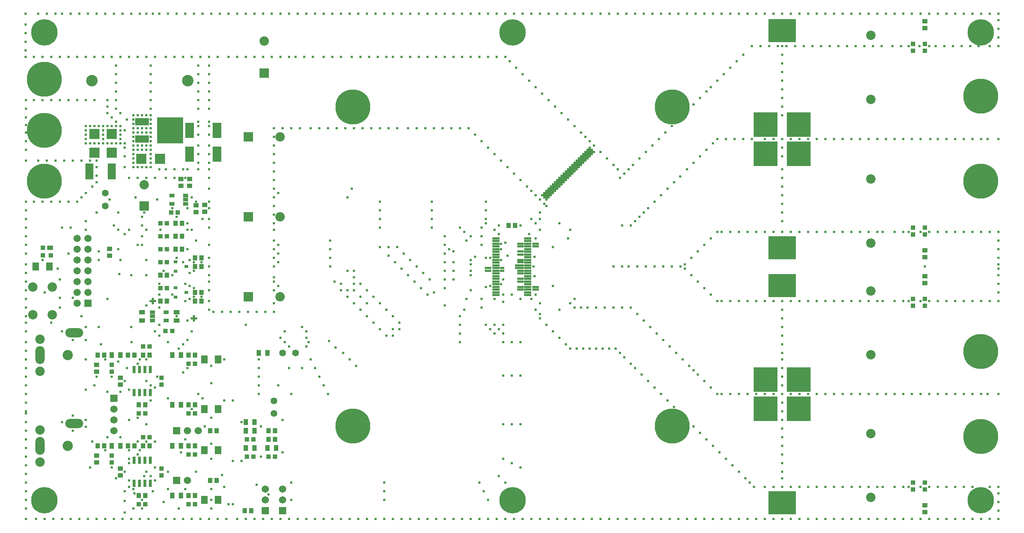
<source format=gts>
G04 Layer_Color=8388736*
%FSLAX25Y25*%
%MOIN*%
G70*
G01*
G75*
%ADD54R,0.03950X0.03950*%
%ADD55R,0.04737X0.03556*%
%ADD56R,0.04343X0.04737*%
%ADD57R,0.09461X0.09461*%
%ADD58R,0.07808X0.14579*%
%ADD59R,0.12611X0.07099*%
%ADD60R,0.24422X0.24422*%
%ADD61R,0.03950X0.03950*%
%ADD62R,0.05524X0.04343*%
%ADD63R,0.04343X0.05524*%
%ADD64R,0.04737X0.04343*%
%ADD65R,0.06312X0.07493*%
%ADD66R,0.07887X0.14186*%
%ADD67R,0.03162X0.06706*%
%ADD68R,0.09461X0.09461*%
%ADD69R,0.03950X0.04343*%
%ADD70R,0.06509X0.02375*%
%ADD71R,0.03556X0.03162*%
%ADD72R,0.25800X0.21666*%
%ADD73R,0.22060X0.22847*%
%ADD74R,0.06706X0.06706*%
%ADD75C,0.06706*%
%ADD76R,0.06706X0.06706*%
%ADD77C,0.06312*%
%ADD78C,0.08674*%
%ADD79R,0.08674X0.08674*%
%ADD80C,0.32296*%
%ADD81C,0.24422*%
%ADD82O,0.08674X0.16548*%
%ADD83O,0.16548X0.08674*%
%ADD84C,0.09461*%
%ADD85R,0.08674X0.08674*%
%ADD86C,0.10642*%
%ADD87C,0.02375*%
D54*
X138004Y176500D02*
D03*
X131705D02*
D03*
X133150Y252000D02*
D03*
X126850D02*
D03*
X133150Y264000D02*
D03*
X126850D02*
D03*
X133150Y276000D02*
D03*
X126850D02*
D03*
X133150Y216000D02*
D03*
X126850D02*
D03*
X133150Y240000D02*
D03*
X126850D02*
D03*
X136850Y286000D02*
D03*
X143150D02*
D03*
X159150Y16000D02*
D03*
X152850D02*
D03*
X159150Y62000D02*
D03*
X152850D02*
D03*
X106850Y16000D02*
D03*
X113150D02*
D03*
X110850Y78000D02*
D03*
X117150D02*
D03*
X233150Y60000D02*
D03*
X226850D02*
D03*
X159150Y100000D02*
D03*
X152850D02*
D03*
X213150Y60000D02*
D03*
X206850D02*
D03*
X213150Y76000D02*
D03*
X206850D02*
D03*
X159150Y146000D02*
D03*
X152850D02*
D03*
X106850Y100000D02*
D03*
X113150D02*
D03*
X110850Y162000D02*
D03*
X117150D02*
D03*
D55*
X132299Y193740D02*
D03*
X119701Y190000D02*
D03*
X132299Y186260D02*
D03*
X119701D02*
D03*
Y193740D02*
D03*
X137701Y294260D02*
D03*
X150299Y298000D02*
D03*
X137701Y301740D02*
D03*
X150299D02*
D03*
Y294260D02*
D03*
D56*
X172850Y84000D02*
D03*
X179150D02*
D03*
Y38000D02*
D03*
X172850D02*
D03*
X455150Y274000D02*
D03*
X448850D02*
D03*
X204850Y10000D02*
D03*
X211150D02*
D03*
X159150Y24000D02*
D03*
X152850D02*
D03*
X103150Y70000D02*
D03*
X96850D02*
D03*
X75150D02*
D03*
X68850D02*
D03*
X113150Y24000D02*
D03*
X106850D02*
D03*
X117150Y70000D02*
D03*
X110850D02*
D03*
X233150Y76000D02*
D03*
X226850D02*
D03*
X159150Y70000D02*
D03*
X152850D02*
D03*
X147150Y252000D02*
D03*
X140850D02*
D03*
X147150Y264000D02*
D03*
X140850D02*
D03*
X147150Y276000D02*
D03*
X140850D02*
D03*
X226850Y84000D02*
D03*
X233150D02*
D03*
X159150Y108000D02*
D03*
X152850D02*
D03*
X103150Y154000D02*
D03*
X96850D02*
D03*
X75150D02*
D03*
X68850D02*
D03*
X158850Y212000D02*
D03*
X165150D02*
D03*
X158850Y236000D02*
D03*
X165150D02*
D03*
X113150Y108000D02*
D03*
X106850D02*
D03*
X126850Y204000D02*
D03*
X133150D02*
D03*
X158850D02*
D03*
X165150D02*
D03*
X126850Y228000D02*
D03*
X133150D02*
D03*
X158850Y244000D02*
D03*
X165150D02*
D03*
X117150Y154000D02*
D03*
X110850D02*
D03*
X159150D02*
D03*
X152850D02*
D03*
D57*
X82000Y341339D02*
D03*
Y358661D02*
D03*
X66000Y341339D02*
D03*
Y358661D02*
D03*
D58*
X81941Y324000D02*
D03*
X61351D02*
D03*
D59*
X110000Y354000D02*
D03*
Y370000D02*
D03*
D60*
X136000Y362000D02*
D03*
D61*
X823000Y36150D02*
D03*
Y29850D02*
D03*
X834000Y36150D02*
D03*
Y29850D02*
D03*
X823000Y199850D02*
D03*
Y206150D02*
D03*
X834000Y199850D02*
D03*
Y206150D02*
D03*
X823000Y272150D02*
D03*
Y265850D02*
D03*
X834000Y272150D02*
D03*
Y265850D02*
D03*
X823000Y435850D02*
D03*
Y442150D02*
D03*
X834000Y435850D02*
D03*
Y442150D02*
D03*
X82000Y61150D02*
D03*
Y54850D02*
D03*
X128000Y42850D02*
D03*
Y49150D02*
D03*
X82000Y145150D02*
D03*
Y138850D02*
D03*
X128000Y126850D02*
D03*
Y133150D02*
D03*
D62*
X142000Y193937D02*
D03*
Y186063D02*
D03*
X110000Y193937D02*
D03*
Y186063D02*
D03*
X24953Y253543D02*
D03*
D63*
X225937Y156000D02*
D03*
X218063D02*
D03*
X138063Y24000D02*
D03*
X145937D02*
D03*
X82063Y70000D02*
D03*
X89937D02*
D03*
X233937Y68000D02*
D03*
X226063D02*
D03*
X138063Y70000D02*
D03*
X145937D02*
D03*
X138063Y108000D02*
D03*
X145937D02*
D03*
X82063Y154000D02*
D03*
X89937D02*
D03*
X213937Y68000D02*
D03*
X206063D02*
D03*
X213937Y84000D02*
D03*
X206063D02*
D03*
X213937Y92000D02*
D03*
X206063D02*
D03*
X138063Y154000D02*
D03*
X145937D02*
D03*
D64*
X80000Y252299D02*
D03*
Y246000D02*
D03*
X834000Y15150D02*
D03*
Y8850D02*
D03*
Y220850D02*
D03*
Y227150D02*
D03*
Y251150D02*
D03*
Y244850D02*
D03*
Y456850D02*
D03*
Y463150D02*
D03*
X154000Y310850D02*
D03*
Y317150D02*
D03*
X146000D02*
D03*
Y310850D02*
D03*
X168000Y293150D02*
D03*
Y286850D02*
D03*
X160000Y292850D02*
D03*
Y286551D02*
D03*
X68000Y61150D02*
D03*
Y54850D02*
D03*
X90000Y42850D02*
D03*
Y49150D02*
D03*
X68000Y145150D02*
D03*
Y138850D02*
D03*
X90000Y126850D02*
D03*
Y133150D02*
D03*
D65*
X180299Y20000D02*
D03*
X167701D02*
D03*
X180299Y66000D02*
D03*
X167701D02*
D03*
X180299Y104000D02*
D03*
X167701D02*
D03*
X180299Y150000D02*
D03*
X167701D02*
D03*
X11701Y236000D02*
D03*
X24299D02*
D03*
D66*
X154124Y362000D02*
D03*
X179321D02*
D03*
X154124Y340000D02*
D03*
X179321D02*
D03*
D67*
X117500Y56630D02*
D03*
X112500D02*
D03*
X107500D02*
D03*
X102500D02*
D03*
Y35370D02*
D03*
X107500D02*
D03*
X112500D02*
D03*
X117500D02*
D03*
Y140630D02*
D03*
X112500D02*
D03*
X107500D02*
D03*
X102500D02*
D03*
Y119370D02*
D03*
X107500D02*
D03*
X112500D02*
D03*
X117500D02*
D03*
D68*
X126763Y335743D02*
D03*
X109440D02*
D03*
D69*
X25740Y246457D02*
D03*
X18260D02*
D03*
Y253543D02*
D03*
D70*
X437236Y232250D02*
D03*
Y229750D02*
D03*
Y227250D02*
D03*
Y224750D02*
D03*
Y222250D02*
D03*
Y219750D02*
D03*
Y217250D02*
D03*
Y214750D02*
D03*
Y212250D02*
D03*
Y209750D02*
D03*
X466764Y232250D02*
D03*
Y229750D02*
D03*
Y227250D02*
D03*
Y224750D02*
D03*
Y222250D02*
D03*
Y219750D02*
D03*
Y217250D02*
D03*
Y214750D02*
D03*
Y212250D02*
D03*
Y209750D02*
D03*
Y262250D02*
D03*
Y259750D02*
D03*
Y257250D02*
D03*
Y254750D02*
D03*
Y252250D02*
D03*
Y249750D02*
D03*
Y247250D02*
D03*
Y244750D02*
D03*
Y242250D02*
D03*
Y239750D02*
D03*
Y237250D02*
D03*
Y234750D02*
D03*
X437236D02*
D03*
Y237250D02*
D03*
Y239750D02*
D03*
Y242250D02*
D03*
Y244750D02*
D03*
Y247250D02*
D03*
Y249750D02*
D03*
Y252250D02*
D03*
Y254750D02*
D03*
Y257250D02*
D03*
Y259750D02*
D03*
Y262250D02*
D03*
D71*
X151118Y212000D02*
D03*
X140882Y207669D02*
D03*
Y216331D02*
D03*
X151118Y236000D02*
D03*
X140882Y231669D02*
D03*
Y240331D02*
D03*
D72*
X702000Y17567D02*
D03*
Y218433D02*
D03*
Y253567D02*
D03*
Y454433D02*
D03*
D73*
X686646Y104535D02*
D03*
X717354D02*
D03*
Y131465D02*
D03*
X686646D02*
D03*
Y340535D02*
D03*
X717354D02*
D03*
Y367465D02*
D03*
X686646D02*
D03*
D74*
X224000Y10000D02*
D03*
X60000Y202000D02*
D03*
X240000Y10000D02*
D03*
X84000Y114000D02*
D03*
D75*
X224000Y20000D02*
D03*
Y30000D02*
D03*
X162000Y84000D02*
D03*
X152000D02*
D03*
Y38000D02*
D03*
X50000Y212000D02*
D03*
X60000D02*
D03*
X50000Y202000D02*
D03*
X60000Y222000D02*
D03*
X50000D02*
D03*
X60000Y232000D02*
D03*
X50000D02*
D03*
X60000Y242000D02*
D03*
X50000D02*
D03*
X60000Y252000D02*
D03*
X50000D02*
D03*
X60000Y262000D02*
D03*
X50000D02*
D03*
X240000Y30000D02*
D03*
Y20000D02*
D03*
X84000Y104000D02*
D03*
Y94000D02*
D03*
Y84000D02*
D03*
D76*
X142000D02*
D03*
Y38000D02*
D03*
D77*
X76000Y304064D02*
D03*
Y292253D02*
D03*
X232000Y111906D02*
D03*
Y100094D02*
D03*
X251905Y156000D02*
D03*
X240094D02*
D03*
D78*
X112000Y311842D02*
D03*
X9142Y191510D02*
D03*
X26858D02*
D03*
Y217100D02*
D03*
X9142D02*
D03*
X784000Y81528D02*
D03*
Y22472D02*
D03*
Y154472D02*
D03*
Y213528D02*
D03*
Y317000D02*
D03*
Y257945D02*
D03*
Y390945D02*
D03*
Y450000D02*
D03*
X15748Y84764D02*
D03*
Y55236D02*
D03*
Y139236D02*
D03*
Y168764D02*
D03*
X237764Y356000D02*
D03*
Y282000D02*
D03*
Y208000D02*
D03*
X223000Y444764D02*
D03*
D79*
X112000Y292158D02*
D03*
X223000Y415236D02*
D03*
D80*
X19685Y314961D02*
D03*
X305118Y383858D02*
D03*
X600394D02*
D03*
X305118Y88583D02*
D03*
X600394D02*
D03*
X885827Y78740D02*
D03*
Y157480D02*
D03*
Y314961D02*
D03*
Y393701D02*
D03*
X19685Y362205D02*
D03*
Y409449D02*
D03*
D81*
X885827Y452756D02*
D03*
X19685Y19685D02*
D03*
X885827D02*
D03*
X452756D02*
D03*
X19685Y452756D02*
D03*
X452756D02*
D03*
D82*
X15748Y70000D02*
D03*
Y154000D02*
D03*
D83*
X47244Y90866D02*
D03*
Y174866D02*
D03*
D84*
X41339Y70000D02*
D03*
Y154000D02*
D03*
D85*
X208236Y356000D02*
D03*
Y282000D02*
D03*
Y208000D02*
D03*
D86*
X152488Y408000D02*
D03*
X63512D02*
D03*
D87*
X172000Y296000D02*
D03*
Y290000D02*
D03*
X166000Y280000D02*
D03*
X172000Y272000D02*
D03*
X156000Y270000D02*
D03*
X138000Y290000D02*
D03*
X160000Y260000D02*
D03*
X152000Y270000D02*
D03*
X104000Y300000D02*
D03*
X88000Y286000D02*
D03*
X58000Y278000D02*
D03*
Y270000D02*
D03*
X42000Y248000D02*
D03*
X34000Y198000D02*
D03*
X70000Y180000D02*
D03*
X78000Y206000D02*
D03*
X100000Y228000D02*
D03*
X126000Y182000D02*
D03*
Y172000D02*
D03*
X100000Y180000D02*
D03*
X54000Y190000D02*
D03*
X26000Y184000D02*
D03*
X34000Y207047D02*
D03*
X46000D02*
D03*
X160000Y46000D02*
D03*
X150000Y30000D02*
D03*
X174000Y12000D02*
D03*
X226953Y25047D02*
D03*
X246000Y142000D02*
D03*
X258000D02*
D03*
X236000Y126000D02*
D03*
X258000Y180000D02*
D03*
X404000Y272000D02*
D03*
X390000Y200000D02*
D03*
X376000Y224000D02*
D03*
X368000Y216000D02*
D03*
X362000Y222000D02*
D03*
X370000Y230000D02*
D03*
X364000Y236000D02*
D03*
X356000Y228000D02*
D03*
X248000Y20000D02*
D03*
Y36000D02*
D03*
X378000Y272000D02*
D03*
Y280000D02*
D03*
Y288000D02*
D03*
Y296000D02*
D03*
X330000Y272000D02*
D03*
Y280000D02*
D03*
Y288000D02*
D03*
Y296000D02*
D03*
X300000Y232000D02*
D03*
X306000Y226000D02*
D03*
X288000Y222000D02*
D03*
X294000Y214000D02*
D03*
X330000Y254000D02*
D03*
X284000Y260000D02*
D03*
X232000D02*
D03*
X284000Y252000D02*
D03*
Y244000D02*
D03*
Y236000D02*
D03*
X304000Y308000D02*
D03*
X300000Y300000D02*
D03*
X62000Y350000D02*
D03*
X70000D02*
D03*
X66000D02*
D03*
X80000Y298000D02*
D03*
X124000D02*
D03*
X126850Y252000D02*
D03*
X36000Y272000D02*
D03*
X44000D02*
D03*
X106000Y256000D02*
D03*
X90000Y242000D02*
D03*
X89000Y229000D02*
D03*
X152000Y186000D02*
D03*
X142000Y190000D02*
D03*
X206000Y182000D02*
D03*
X186000Y112000D02*
D03*
X194000D02*
D03*
X156000Y104000D02*
D03*
X168000Y88000D02*
D03*
X240000Y94000D02*
D03*
X216000Y34000D02*
D03*
X70000Y250000D02*
D03*
X132000Y318000D02*
D03*
X154000Y206000D02*
D03*
Y218000D02*
D03*
Y230000D02*
D03*
Y242000D02*
D03*
X68000Y286000D02*
D03*
X98000Y270000D02*
D03*
X172000Y308000D02*
D03*
X88000Y252000D02*
D03*
X94000Y266000D02*
D03*
X110000Y264000D02*
D03*
X172000Y256000D02*
D03*
X152000Y252000D02*
D03*
X110000Y256000D02*
D03*
X236000D02*
D03*
Y248000D02*
D03*
X232000Y252000D02*
D03*
X148000Y240000D02*
D03*
X236000Y304000D02*
D03*
X232000Y270000D02*
D03*
X70000Y242000D02*
D03*
X32000Y234000D02*
D03*
X114000Y242000D02*
D03*
X138000Y210000D02*
D03*
Y228000D02*
D03*
X150000Y220000D02*
D03*
X306000Y232000D02*
D03*
X294000Y220000D02*
D03*
X338000Y254000D02*
D03*
X236000Y240000D02*
D03*
Y218000D02*
D03*
X232000Y214000D02*
D03*
X172000D02*
D03*
X232000Y222000D02*
D03*
X172000D02*
D03*
X232000Y236000D02*
D03*
Y244000D02*
D03*
X165150Y240000D02*
D03*
X322000Y364000D02*
D03*
X314000D02*
D03*
X330000D02*
D03*
X338000D02*
D03*
X274000D02*
D03*
X172000Y196000D02*
D03*
Y204000D02*
D03*
X165150Y208000D02*
D03*
X100221Y166000D02*
D03*
X152000Y168000D02*
D03*
X156000Y176000D02*
D03*
X20000Y212000D02*
D03*
X122000Y176000D02*
D03*
X242000D02*
D03*
X262000D02*
D03*
X148000Y138000D02*
D03*
X166000Y114000D02*
D03*
X144000Y160000D02*
D03*
X162000Y118000D02*
D03*
X148000Y164000D02*
D03*
X242000Y166000D02*
D03*
X262000Y162000D02*
D03*
Y170000D02*
D03*
X238000D02*
D03*
X264000Y166000D02*
D03*
X158000Y186000D02*
D03*
Y190000D02*
D03*
X156000Y188000D02*
D03*
X160000D02*
D03*
X158000D02*
D03*
X120000Y204000D02*
D03*
Y206000D02*
D03*
X122000Y204000D02*
D03*
X120000Y202000D02*
D03*
X118000Y204000D02*
D03*
X110000Y282000D02*
D03*
Y274000D02*
D03*
X114000Y228000D02*
D03*
Y200000D02*
D03*
Y270000D02*
D03*
X112000Y286000D02*
D03*
X142000Y244000D02*
D03*
X88000Y270000D02*
D03*
X84000Y274000D02*
D03*
X152000Y276000D02*
D03*
X18000Y242000D02*
D03*
X34000Y224000D02*
D03*
X2558Y184000D02*
D03*
X202000Y56000D02*
D03*
X194000D02*
D03*
X240000Y64000D02*
D03*
X470000Y280000D02*
D03*
X468000Y266000D02*
D03*
X428000Y296000D02*
D03*
Y288000D02*
D03*
Y280000D02*
D03*
X440000Y274000D02*
D03*
X470000Y206000D02*
D03*
X460000Y166000D02*
D03*
X452000D02*
D03*
X460000Y274000D02*
D03*
X424000Y272000D02*
D03*
X248000Y118000D02*
D03*
X176000Y194000D02*
D03*
X184000D02*
D03*
X192000D02*
D03*
X200000D02*
D03*
X208000D02*
D03*
X216000D02*
D03*
X224000D02*
D03*
X232000D02*
D03*
Y202000D02*
D03*
Y226000D02*
D03*
Y276000D02*
D03*
Y284000D02*
D03*
Y292000D02*
D03*
Y300000D02*
D03*
Y308000D02*
D03*
Y316000D02*
D03*
Y324000D02*
D03*
Y332000D02*
D03*
Y340000D02*
D03*
Y348000D02*
D03*
Y356000D02*
D03*
X256000Y364000D02*
D03*
X248000D02*
D03*
X240000D02*
D03*
X232000D02*
D03*
X266000D02*
D03*
X300000Y214000D02*
D03*
X342000Y178000D02*
D03*
Y172000D02*
D03*
X336000D02*
D03*
X330000Y178000D02*
D03*
X324000Y184000D02*
D03*
X318000Y190000D02*
D03*
X312000Y196000D02*
D03*
X300000Y208000D02*
D03*
X306000Y202000D02*
D03*
X318000Y214000D02*
D03*
X312000Y220000D02*
D03*
X306000D02*
D03*
Y214000D02*
D03*
X346000Y254000D02*
D03*
X338000Y246000D02*
D03*
X246000Y162000D02*
D03*
X344000Y240000D02*
D03*
X352000Y248000D02*
D03*
X194000Y16000D02*
D03*
X220000Y60000D02*
D03*
Y88000D02*
D03*
X202000Y92000D02*
D03*
X150000Y204000D02*
D03*
X126000Y198000D02*
D03*
X190000Y16000D02*
D03*
X282000Y118000D02*
D03*
X218000D02*
D03*
X278000Y126000D02*
D03*
X218000D02*
D03*
X270000Y142000D02*
D03*
X218000Y134000D02*
D03*
Y142000D02*
D03*
X186000Y150000D02*
D03*
X218000D02*
D03*
X174000Y128000D02*
D03*
X134000Y46000D02*
D03*
Y166000D02*
D03*
X444000Y58000D02*
D03*
X422000Y36000D02*
D03*
X430000Y20000D02*
D03*
X334000Y36000D02*
D03*
Y20000D02*
D03*
X294000Y2400D02*
D03*
X286000D02*
D03*
X278000D02*
D03*
X270000D02*
D03*
X262000D02*
D03*
X254000D02*
D03*
X246000D02*
D03*
X238000D02*
D03*
X230000D02*
D03*
X222000D02*
D03*
X174000Y96000D02*
D03*
X184000Y43100D02*
D03*
X134000Y30000D02*
D03*
X174000Y58000D02*
D03*
Y30000D02*
D03*
X186000Y32000D02*
D03*
X106000Y96000D02*
D03*
X174000Y72000D02*
D03*
X172000Y280000D02*
D03*
X126850Y270000D02*
D03*
X86000Y370000D02*
D03*
X78000Y384000D02*
D03*
X96000Y372000D02*
D03*
X90000Y362000D02*
D03*
Y358000D02*
D03*
Y354000D02*
D03*
Y350000D02*
D03*
X86000D02*
D03*
X82000D02*
D03*
X78000D02*
D03*
X94000D02*
D03*
X82000Y374000D02*
D03*
X86000Y366000D02*
D03*
X82000D02*
D03*
X78000D02*
D03*
X66000D02*
D03*
X62000D02*
D03*
X70000D02*
D03*
X74000Y362000D02*
D03*
Y358000D02*
D03*
Y354000D02*
D03*
X58000Y358000D02*
D03*
Y354000D02*
D03*
Y350000D02*
D03*
X74000D02*
D03*
Y366000D02*
D03*
X58000Y362000D02*
D03*
Y366000D02*
D03*
X42000Y296000D02*
D03*
X34000D02*
D03*
X26000D02*
D03*
X18000D02*
D03*
X64000Y310000D02*
D03*
X58000Y304000D02*
D03*
X54000Y300000D02*
D03*
X50000Y296000D02*
D03*
X68000Y320000D02*
D03*
Y314000D02*
D03*
Y328000D02*
D03*
X62000Y334000D02*
D03*
X54000D02*
D03*
X46000D02*
D03*
X38000D02*
D03*
X30000D02*
D03*
X14000D02*
D03*
X68000D02*
D03*
X2558D02*
D03*
X22000D02*
D03*
X10000Y296000D02*
D03*
X94000Y328000D02*
D03*
Y338000D02*
D03*
X78000Y378000D02*
D03*
X94000Y362000D02*
D03*
X90000Y378000D02*
D03*
X58000Y180000D02*
D03*
X98000Y94000D02*
D03*
X78000Y120000D02*
D03*
X90000D02*
D03*
X126000Y220000D02*
D03*
X2558Y352000D02*
D03*
Y360000D02*
D03*
Y367000D02*
D03*
Y374000D02*
D03*
Y382000D02*
D03*
X78000Y390000D02*
D03*
X2558Y256000D02*
D03*
Y248000D02*
D03*
Y238000D02*
D03*
Y230000D02*
D03*
Y222000D02*
D03*
Y214000D02*
D03*
Y206000D02*
D03*
Y198000D02*
D03*
Y190000D02*
D03*
X304000Y430000D02*
D03*
X294000D02*
D03*
X286000D02*
D03*
X312000D02*
D03*
X142000Y282000D02*
D03*
X144000Y12000D02*
D03*
X130000Y18000D02*
D03*
X110000Y12000D02*
D03*
X146000Y64000D02*
D03*
X150000Y76000D02*
D03*
X122000Y74000D02*
D03*
X120000Y28000D02*
D03*
X152000Y142000D02*
D03*
X278000Y430000D02*
D03*
X268000D02*
D03*
X156000Y300000D02*
D03*
X140000Y318000D02*
D03*
X122000D02*
D03*
X114000D02*
D03*
X106000D02*
D03*
X98000D02*
D03*
X94000Y346000D02*
D03*
X90000Y366000D02*
D03*
X162000Y370000D02*
D03*
X172000D02*
D03*
X162000Y340000D02*
D03*
X172000D02*
D03*
Y348000D02*
D03*
X162000D02*
D03*
Y326000D02*
D03*
X152000D02*
D03*
X162000Y332000D02*
D03*
X172000D02*
D03*
X162000Y358000D02*
D03*
X172000D02*
D03*
Y366000D02*
D03*
X162000D02*
D03*
X172000Y382000D02*
D03*
X162000D02*
D03*
Y390000D02*
D03*
X172000D02*
D03*
Y398000D02*
D03*
X162000D02*
D03*
Y406000D02*
D03*
X172000D02*
D03*
Y414000D02*
D03*
X162000D02*
D03*
Y422000D02*
D03*
X172000D02*
D03*
X148000Y326000D02*
D03*
X140000D02*
D03*
X132000D02*
D03*
X86000Y382000D02*
D03*
X172000Y318000D02*
D03*
Y326000D02*
D03*
X126000D02*
D03*
X106101Y344000D02*
D03*
X110101D02*
D03*
X114101D02*
D03*
X118101D02*
D03*
Y340000D02*
D03*
Y336000D02*
D03*
Y332000D02*
D03*
X50000Y390000D02*
D03*
X118101D02*
D03*
Y398000D02*
D03*
Y406000D02*
D03*
X108101Y470000D02*
D03*
X100101D02*
D03*
X66000Y430000D02*
D03*
X58000D02*
D03*
X50000D02*
D03*
X34000D02*
D03*
X42000D02*
D03*
X164000D02*
D03*
X172000D02*
D03*
X180000D02*
D03*
X374000Y210000D02*
D03*
X424000Y206000D02*
D03*
X408000Y268000D02*
D03*
Y196000D02*
D03*
X410000Y206000D02*
D03*
X390101Y216000D02*
D03*
X394000Y252000D02*
D03*
X398000Y224000D02*
D03*
Y232000D02*
D03*
Y240000D02*
D03*
Y250000D02*
D03*
X42000Y390000D02*
D03*
X2558D02*
D03*
X26000Y430000D02*
D03*
X2400D02*
D03*
X74000D02*
D03*
X2558Y176000D02*
D03*
X94000Y19000D02*
D03*
X103000Y26000D02*
D03*
X892000Y354000D02*
D03*
Y118000D02*
D03*
X473000Y245000D02*
D03*
Y227000D02*
D03*
X462000Y232000D02*
D03*
X460000D02*
D03*
X458000D02*
D03*
X462000Y240000D02*
D03*
X460000D02*
D03*
X458000D02*
D03*
X474000Y196000D02*
D03*
X478000Y192000D02*
D03*
X496000Y196000D02*
D03*
Y276000D02*
D03*
X474000D02*
D03*
X478000Y202000D02*
D03*
Y270000D02*
D03*
Y280000D02*
D03*
Y286000D02*
D03*
X484000Y292000D02*
D03*
X112000Y42000D02*
D03*
X188000Y2400D02*
D03*
X198000D02*
D03*
X180000D02*
D03*
X172000D02*
D03*
X164000D02*
D03*
X156000D02*
D03*
X148000D02*
D03*
X206000D02*
D03*
X214000D02*
D03*
X140000D02*
D03*
X132000D02*
D03*
X116000D02*
D03*
X108000D02*
D03*
X124000D02*
D03*
X504000Y262000D02*
D03*
X510000Y206000D02*
D03*
X520000Y356000D02*
D03*
X470000Y306000D02*
D03*
X474000Y302000D02*
D03*
X524000Y352000D02*
D03*
X490000Y310000D02*
D03*
X488000Y308000D02*
D03*
X486000Y306000D02*
D03*
X484000Y304000D02*
D03*
X482000Y302000D02*
D03*
X498000Y318000D02*
D03*
X496000Y316000D02*
D03*
X494000Y314000D02*
D03*
X492000Y312000D02*
D03*
X500000Y320000D02*
D03*
X502000Y322000D02*
D03*
X504000Y324000D02*
D03*
X506000Y326000D02*
D03*
X508000Y328000D02*
D03*
X510000Y330000D02*
D03*
X512000Y332000D02*
D03*
X514000Y334000D02*
D03*
X516000Y336000D02*
D03*
X518000Y338000D02*
D03*
X520000Y340000D02*
D03*
X522000Y342000D02*
D03*
X524000Y344000D02*
D03*
X526000Y342000D02*
D03*
X524000Y340000D02*
D03*
X522000Y338000D02*
D03*
X520000Y336000D02*
D03*
X518000Y334000D02*
D03*
X516000Y332000D02*
D03*
X514000Y330000D02*
D03*
X512000Y328000D02*
D03*
X510000Y326000D02*
D03*
X508000Y324000D02*
D03*
X506000Y322000D02*
D03*
X504000Y320000D02*
D03*
X502000Y318000D02*
D03*
X500000Y316000D02*
D03*
X498000Y314000D02*
D03*
X496000Y312000D02*
D03*
X494000Y310000D02*
D03*
X492000Y308000D02*
D03*
X488000Y304000D02*
D03*
X490000Y306000D02*
D03*
X486000Y302000D02*
D03*
X484000Y300000D02*
D03*
X524000Y346000D02*
D03*
X522000Y344000D02*
D03*
X520000Y342000D02*
D03*
X518000Y340000D02*
D03*
X516000Y338000D02*
D03*
X514000Y336000D02*
D03*
X512000Y334000D02*
D03*
X510000Y332000D02*
D03*
X508000Y330000D02*
D03*
X506000Y328000D02*
D03*
X504000Y326000D02*
D03*
X502000Y324000D02*
D03*
X500000Y322000D02*
D03*
X498000Y320000D02*
D03*
X496000Y318000D02*
D03*
X494000Y316000D02*
D03*
X492000Y314000D02*
D03*
X490000Y312000D02*
D03*
X488000Y310000D02*
D03*
X486000Y308000D02*
D03*
X484000Y306000D02*
D03*
X482000Y304000D02*
D03*
X480000Y302000D02*
D03*
X482000Y300000D02*
D03*
X484000Y302000D02*
D03*
X486000Y304000D02*
D03*
X488000Y306000D02*
D03*
X490000Y308000D02*
D03*
X492000Y310000D02*
D03*
X494000Y312000D02*
D03*
X496000Y314000D02*
D03*
X498000Y316000D02*
D03*
X500000Y318000D02*
D03*
X502000Y320000D02*
D03*
X504000Y322000D02*
D03*
X506000Y324000D02*
D03*
X508000Y326000D02*
D03*
X510000Y328000D02*
D03*
X512000Y330000D02*
D03*
X514000Y332000D02*
D03*
X516000Y334000D02*
D03*
X518000Y336000D02*
D03*
X520000Y338000D02*
D03*
X522000Y340000D02*
D03*
X524000Y342000D02*
D03*
X526000Y344000D02*
D03*
X528000Y342000D02*
D03*
X526000Y340000D02*
D03*
X524000Y338000D02*
D03*
X522000Y336000D02*
D03*
X520000Y334000D02*
D03*
X518000Y332000D02*
D03*
X516000Y330000D02*
D03*
X514000Y328000D02*
D03*
X512000Y326000D02*
D03*
X510000Y324000D02*
D03*
X508000Y322000D02*
D03*
X506000Y320000D02*
D03*
X504000Y318000D02*
D03*
X502000Y316000D02*
D03*
X500000Y314000D02*
D03*
X498000Y312000D02*
D03*
X496000Y310000D02*
D03*
X494000Y308000D02*
D03*
X492000Y306000D02*
D03*
X486000Y300000D02*
D03*
X488000Y302000D02*
D03*
X490000Y304000D02*
D03*
X484000Y298000D02*
D03*
X462000Y242250D02*
D03*
X460000D02*
D03*
X458000D02*
D03*
X462000Y229750D02*
D03*
X460000D02*
D03*
X458000D02*
D03*
X462000Y222000D02*
D03*
X460000D02*
D03*
X458000D02*
D03*
X462000Y250000D02*
D03*
X460000D02*
D03*
X458000D02*
D03*
X446000Y258000D02*
D03*
X444000Y224000D02*
D03*
X430000Y232250D02*
D03*
Y234750D02*
D03*
X444000Y232250D02*
D03*
Y234750D02*
D03*
X442000Y219750D02*
D03*
X566000Y278000D02*
D03*
X482000Y294000D02*
D03*
X556000Y322000D02*
D03*
X550000Y326000D02*
D03*
X552000Y318000D02*
D03*
X472000Y236000D02*
D03*
X458000Y247250D02*
D03*
X460000D02*
D03*
X462000D02*
D03*
X458000Y224750D02*
D03*
X460000D02*
D03*
X462000D02*
D03*
X542000Y160000D02*
D03*
X536000D02*
D03*
X530000D02*
D03*
X524000D02*
D03*
X518000D02*
D03*
X512000D02*
D03*
X556000Y152000D02*
D03*
X552000Y156000D02*
D03*
X548000Y160000D02*
D03*
X506000D02*
D03*
X562000Y274000D02*
D03*
X554000D02*
D03*
X458000Y217250D02*
D03*
Y214750D02*
D03*
X462000D02*
D03*
Y217250D02*
D03*
X476000Y214750D02*
D03*
Y217250D02*
D03*
X472000Y214750D02*
D03*
Y217250D02*
D03*
X458000Y237250D02*
D03*
Y234750D02*
D03*
X462000D02*
D03*
Y237250D02*
D03*
X458000Y257250D02*
D03*
Y254750D02*
D03*
X462000D02*
D03*
Y257250D02*
D03*
X476000Y254750D02*
D03*
Y257250D02*
D03*
X472000Y254750D02*
D03*
Y257250D02*
D03*
X474000D02*
D03*
Y254750D02*
D03*
X460000Y217250D02*
D03*
Y214750D02*
D03*
X474000D02*
D03*
Y217250D02*
D03*
X460000Y257250D02*
D03*
Y254750D02*
D03*
X474000Y210000D02*
D03*
Y262000D02*
D03*
X266000Y150000D02*
D03*
X829000Y440000D02*
D03*
X838000D02*
D03*
X795000Y32000D02*
D03*
Y204000D02*
D03*
Y268000D02*
D03*
X794000Y440000D02*
D03*
X902000Y2400D02*
D03*
X446000Y36000D02*
D03*
X440000Y42000D02*
D03*
X114000Y90000D02*
D03*
X152000Y290000D02*
D03*
X108000Y150000D02*
D03*
X88000Y148000D02*
D03*
X98000Y66000D02*
D03*
X108000D02*
D03*
X106000Y74000D02*
D03*
X114000D02*
D03*
X122000Y38000D02*
D03*
X134000Y114000D02*
D03*
X118000Y112000D02*
D03*
X122000Y124000D02*
D03*
X158000Y208000D02*
D03*
Y216000D02*
D03*
Y232000D02*
D03*
Y240000D02*
D03*
X130000Y232000D02*
D03*
X98000Y430000D02*
D03*
X120000Y470000D02*
D03*
X126000D02*
D03*
X134000D02*
D03*
X142000D02*
D03*
X150000D02*
D03*
X158000D02*
D03*
X166000D02*
D03*
X174000D02*
D03*
X182000D02*
D03*
X190000D02*
D03*
X198000D02*
D03*
X206000D02*
D03*
X214000D02*
D03*
X222000D02*
D03*
X230000D02*
D03*
X238000D02*
D03*
X246000D02*
D03*
X254000D02*
D03*
X262000D02*
D03*
X270000D02*
D03*
X278000D02*
D03*
X286000D02*
D03*
X294000D02*
D03*
X302000D02*
D03*
X310000D02*
D03*
X318000D02*
D03*
X326000D02*
D03*
X334000D02*
D03*
X342000D02*
D03*
X350000D02*
D03*
X358000D02*
D03*
X366000D02*
D03*
X374000D02*
D03*
X382000D02*
D03*
X390000D02*
D03*
X398000D02*
D03*
X406000D02*
D03*
X414000D02*
D03*
X422000D02*
D03*
X430000D02*
D03*
X438000D02*
D03*
X446000D02*
D03*
X454000D02*
D03*
X462000D02*
D03*
X470000D02*
D03*
X478000D02*
D03*
X486000D02*
D03*
X494000D02*
D03*
X502000D02*
D03*
X510000D02*
D03*
X518000D02*
D03*
X526000D02*
D03*
X534000D02*
D03*
X542000D02*
D03*
X550000D02*
D03*
X558000D02*
D03*
X566000D02*
D03*
X574000D02*
D03*
X582000D02*
D03*
X590000D02*
D03*
X598000D02*
D03*
X606000D02*
D03*
X614000D02*
D03*
X622000D02*
D03*
X630000D02*
D03*
X638000D02*
D03*
X646000D02*
D03*
X654000D02*
D03*
X662000D02*
D03*
X670000D02*
D03*
X678000D02*
D03*
X686000D02*
D03*
X694000D02*
D03*
X702000D02*
D03*
X710000D02*
D03*
X718000D02*
D03*
X726000D02*
D03*
X734000D02*
D03*
X742000D02*
D03*
X750000D02*
D03*
X758000D02*
D03*
X766000D02*
D03*
X774000D02*
D03*
X782000D02*
D03*
X790000D02*
D03*
X798000D02*
D03*
X806000D02*
D03*
X814000D02*
D03*
X822000D02*
D03*
X830000D02*
D03*
X838000D02*
D03*
X846000D02*
D03*
X854000D02*
D03*
X862000D02*
D03*
X870000D02*
D03*
X878000D02*
D03*
X886000D02*
D03*
X894000D02*
D03*
X902000D02*
D03*
Y464000D02*
D03*
Y456000D02*
D03*
Y448000D02*
D03*
X883817Y440063D02*
D03*
X902000Y26000D02*
D03*
Y18000D02*
D03*
Y10000D02*
D03*
X894000Y2400D02*
D03*
X886000D02*
D03*
X878000D02*
D03*
X870000D02*
D03*
X862000D02*
D03*
X854000D02*
D03*
X846000D02*
D03*
X838000D02*
D03*
X830000D02*
D03*
X822000D02*
D03*
X814000D02*
D03*
X806000D02*
D03*
X798000D02*
D03*
X790000D02*
D03*
X782000D02*
D03*
X774000D02*
D03*
X766000D02*
D03*
X758000D02*
D03*
X750000D02*
D03*
X742000D02*
D03*
X734000D02*
D03*
X726000D02*
D03*
X718000D02*
D03*
X710000D02*
D03*
X702000D02*
D03*
X694000D02*
D03*
X686000D02*
D03*
X678000D02*
D03*
X670000D02*
D03*
X662000D02*
D03*
X654000D02*
D03*
X646000D02*
D03*
X638000D02*
D03*
X630000D02*
D03*
X622000D02*
D03*
X614000D02*
D03*
X606000D02*
D03*
X598000D02*
D03*
X590000D02*
D03*
X582000D02*
D03*
X574000D02*
D03*
X566000D02*
D03*
X558000D02*
D03*
X550000D02*
D03*
X542000D02*
D03*
X534000D02*
D03*
X526000D02*
D03*
X518000D02*
D03*
X510000D02*
D03*
X502000D02*
D03*
X494000D02*
D03*
X486000D02*
D03*
X478000D02*
D03*
X470000D02*
D03*
X462000D02*
D03*
X454000D02*
D03*
X446000D02*
D03*
X438000D02*
D03*
X430000D02*
D03*
X422000D02*
D03*
X414000D02*
D03*
X406000D02*
D03*
X398000D02*
D03*
X390000D02*
D03*
X382000D02*
D03*
X374000D02*
D03*
X366000D02*
D03*
X358000D02*
D03*
X350000D02*
D03*
X342000D02*
D03*
X334000D02*
D03*
X326000D02*
D03*
X318000D02*
D03*
X310000D02*
D03*
X302000D02*
D03*
X86000Y40000D02*
D03*
X94000Y28000D02*
D03*
Y8400D02*
D03*
X98000Y32000D02*
D03*
X100000Y2400D02*
D03*
X92000D02*
D03*
X84000D02*
D03*
X76000D02*
D03*
X68000D02*
D03*
X60000D02*
D03*
X52000D02*
D03*
X44000D02*
D03*
X36000D02*
D03*
X20000D02*
D03*
X28000D02*
D03*
X12000D02*
D03*
X2558D02*
D03*
Y12000D02*
D03*
Y20000D02*
D03*
Y28000D02*
D03*
Y36000D02*
D03*
Y44000D02*
D03*
Y52000D02*
D03*
Y60000D02*
D03*
Y68000D02*
D03*
Y76000D02*
D03*
Y84000D02*
D03*
Y92000D02*
D03*
Y100000D02*
D03*
Y102000D02*
D03*
Y110000D02*
D03*
Y118000D02*
D03*
Y126000D02*
D03*
Y134000D02*
D03*
Y142000D02*
D03*
Y150000D02*
D03*
Y158000D02*
D03*
Y166000D02*
D03*
Y264000D02*
D03*
Y272000D02*
D03*
Y280000D02*
D03*
Y288000D02*
D03*
Y296000D02*
D03*
Y344000D02*
D03*
X10000Y390000D02*
D03*
X18000D02*
D03*
X26000D02*
D03*
X34000D02*
D03*
X114000Y470000D02*
D03*
X90000Y430000D02*
D03*
X82000D02*
D03*
X2400Y460000D02*
D03*
Y452000D02*
D03*
Y444000D02*
D03*
Y436000D02*
D03*
Y470000D02*
D03*
X14000D02*
D03*
X22000D02*
D03*
X30000D02*
D03*
X36000D02*
D03*
X44000D02*
D03*
X52000D02*
D03*
X60000D02*
D03*
X68000D02*
D03*
X76000D02*
D03*
X84000D02*
D03*
X92000D02*
D03*
X18000Y430000D02*
D03*
X10000D02*
D03*
X156000D02*
D03*
X148000D02*
D03*
X140000D02*
D03*
X132000D02*
D03*
X106000D02*
D03*
X114000D02*
D03*
X122000D02*
D03*
X86000Y422000D02*
D03*
Y414000D02*
D03*
Y406000D02*
D03*
Y398000D02*
D03*
X118000Y422000D02*
D03*
Y414000D02*
D03*
X66000Y390000D02*
D03*
X86000D02*
D03*
X58000D02*
D03*
X118000Y382000D02*
D03*
X114000Y150000D02*
D03*
Y130000D02*
D03*
X94000D02*
D03*
X76000Y150000D02*
D03*
X64000Y74000D02*
D03*
X76000Y66000D02*
D03*
X98000Y54000D02*
D03*
Y38000D02*
D03*
X174000Y20000D02*
D03*
Y144000D02*
D03*
X58000Y122000D02*
D03*
X66000Y126000D02*
D03*
X150000Y318000D02*
D03*
X172000Y244000D02*
D03*
Y236000D02*
D03*
Y228000D02*
D03*
X308000Y144000D02*
D03*
X302000Y150000D02*
D03*
X296000Y156000D02*
D03*
X289000Y161000D02*
D03*
X283000Y167000D02*
D03*
X274000Y134000D02*
D03*
X448000Y246000D02*
D03*
X442000Y252000D02*
D03*
Y242000D02*
D03*
X506000Y202000D02*
D03*
X94000Y46000D02*
D03*
X110000Y20000D02*
D03*
X102000Y12000D02*
D03*
X334000Y28000D02*
D03*
X190000Y430000D02*
D03*
X198000D02*
D03*
X206000D02*
D03*
X214000D02*
D03*
X222000D02*
D03*
X230000D02*
D03*
X238000D02*
D03*
X246000D02*
D03*
X282000Y364000D02*
D03*
X290000D02*
D03*
X318000Y202000D02*
D03*
X330000D02*
D03*
X336000Y196000D02*
D03*
X404000Y190000D02*
D03*
Y182000D02*
D03*
Y174000D02*
D03*
Y166000D02*
D03*
X436000Y174000D02*
D03*
X444000Y166000D02*
D03*
X436000Y206000D02*
D03*
X428000Y182000D02*
D03*
X444000D02*
D03*
Y203577D02*
D03*
Y210000D02*
D03*
X452000D02*
D03*
X562000Y146000D02*
D03*
X502000Y164000D02*
D03*
X496000Y170000D02*
D03*
X490000Y176000D02*
D03*
X484000Y182000D02*
D03*
X478000Y188000D02*
D03*
X566000Y142000D02*
D03*
X572000Y136000D02*
D03*
X578000Y130000D02*
D03*
X584000Y124000D02*
D03*
X590000Y118000D02*
D03*
X602000Y106000D02*
D03*
X620000Y88000D02*
D03*
X626000Y82000D02*
D03*
X632000Y76000D02*
D03*
X638000Y70000D02*
D03*
X644000Y64000D02*
D03*
X672000Y36000D02*
D03*
X650000Y58000D02*
D03*
X656000Y52000D02*
D03*
X662000Y46000D02*
D03*
X668000Y40000D02*
D03*
X686000Y32000D02*
D03*
X694000D02*
D03*
X546000Y236000D02*
D03*
X560000D02*
D03*
X568000D02*
D03*
X576000D02*
D03*
X584000D02*
D03*
X592000D02*
D03*
X600000D02*
D03*
X516000Y198000D02*
D03*
X522000D02*
D03*
X530000D02*
D03*
X538000D02*
D03*
X546000D02*
D03*
X562000D02*
D03*
X554000D02*
D03*
X510000D02*
D03*
X568000Y192000D02*
D03*
X574000Y186000D02*
D03*
X580000Y180000D02*
D03*
X586000Y174000D02*
D03*
X592000Y168000D02*
D03*
X598000Y162000D02*
D03*
X604000Y156000D02*
D03*
X610000Y150000D02*
D03*
X616000Y144000D02*
D03*
X620000Y140000D02*
D03*
X624000Y136000D02*
D03*
X630000Y130000D02*
D03*
X636000Y124000D02*
D03*
X642000Y118000D02*
D03*
X654000D02*
D03*
X662000D02*
D03*
X670000D02*
D03*
X678000D02*
D03*
X686000D02*
D03*
X694000D02*
D03*
X298000Y364000D02*
D03*
X346000D02*
D03*
X356000D02*
D03*
X364000D02*
D03*
X372000D02*
D03*
X380000D02*
D03*
X388000D02*
D03*
X396000D02*
D03*
X404000D02*
D03*
X412000D02*
D03*
X418000Y358000D02*
D03*
X424000Y352000D02*
D03*
X430000Y346000D02*
D03*
X436000Y340000D02*
D03*
X442000Y334000D02*
D03*
X448000Y328000D02*
D03*
X454000Y322000D02*
D03*
X460000Y316000D02*
D03*
X466000Y310000D02*
D03*
X478000Y298000D02*
D03*
X574000Y286000D02*
D03*
X570000Y282000D02*
D03*
X342000Y430000D02*
D03*
X350000D02*
D03*
X358000D02*
D03*
X366000D02*
D03*
X374000D02*
D03*
X382000D02*
D03*
X390000D02*
D03*
X398000D02*
D03*
X406000D02*
D03*
X414000D02*
D03*
X422000D02*
D03*
X430000D02*
D03*
X438000D02*
D03*
X446000D02*
D03*
X450000Y426000D02*
D03*
X456000Y420000D02*
D03*
X462000Y414000D02*
D03*
X468000Y408000D02*
D03*
X474000Y402000D02*
D03*
X480000Y396000D02*
D03*
X486000Y390000D02*
D03*
X492000Y384000D02*
D03*
X498000Y378000D02*
D03*
X504000Y372000D02*
D03*
X510000Y366000D02*
D03*
X516000Y360000D02*
D03*
X528000Y348000D02*
D03*
X534000Y342000D02*
D03*
X540000Y336000D02*
D03*
X546000Y330000D02*
D03*
X560000Y326000D02*
D03*
X564000Y330000D02*
D03*
X570000Y336000D02*
D03*
X576000Y342000D02*
D03*
X582000Y348000D02*
D03*
X588000Y354000D02*
D03*
X594000Y360000D02*
D03*
X600000Y366000D02*
D03*
X620000Y386000D02*
D03*
X626000Y392000D02*
D03*
X632000Y398000D02*
D03*
X636000Y402000D02*
D03*
X642000Y408000D02*
D03*
X648000Y414000D02*
D03*
X654000Y420000D02*
D03*
X660000Y426000D02*
D03*
X666000Y432000D02*
D03*
X894000Y32000D02*
D03*
X902000D02*
D03*
X878000D02*
D03*
X870000D02*
D03*
X862000D02*
D03*
X854000D02*
D03*
X846000D02*
D03*
X838000D02*
D03*
X830000D02*
D03*
X814000D02*
D03*
X806000D02*
D03*
X790000D02*
D03*
X782000D02*
D03*
X774000D02*
D03*
X766472D02*
D03*
X758000D02*
D03*
X750000D02*
D03*
X742000D02*
D03*
X734000D02*
D03*
X726000D02*
D03*
X718000D02*
D03*
X710000D02*
D03*
X702000D02*
D03*
Y40000D02*
D03*
Y46000D02*
D03*
Y54000D02*
D03*
Y62000D02*
D03*
Y70000D02*
D03*
Y78000D02*
D03*
Y86000D02*
D03*
Y94000D02*
D03*
Y102000D02*
D03*
Y110000D02*
D03*
X886000Y118000D02*
D03*
X878000D02*
D03*
X870000D02*
D03*
X862000D02*
D03*
X854000D02*
D03*
X846000D02*
D03*
X838000D02*
D03*
X830000D02*
D03*
X822000D02*
D03*
X814000D02*
D03*
X806000D02*
D03*
X798000D02*
D03*
X790000D02*
D03*
X782000D02*
D03*
X774000D02*
D03*
X766000D02*
D03*
X758000D02*
D03*
X750000D02*
D03*
X742000D02*
D03*
X734000D02*
D03*
X726000D02*
D03*
X718000D02*
D03*
X710000D02*
D03*
X702000Y126000D02*
D03*
Y134000D02*
D03*
Y142000D02*
D03*
Y150000D02*
D03*
Y156000D02*
D03*
Y164000D02*
D03*
Y172000D02*
D03*
Y180000D02*
D03*
Y188000D02*
D03*
Y196000D02*
D03*
X618000Y228000D02*
D03*
X624000Y222000D02*
D03*
X630000Y216000D02*
D03*
X636000Y210000D02*
D03*
X642000Y204000D02*
D03*
X646000D02*
D03*
X654000D02*
D03*
X662000D02*
D03*
X670000D02*
D03*
X678000D02*
D03*
X686000D02*
D03*
X694000D02*
D03*
X702000D02*
D03*
X710000D02*
D03*
X718000D02*
D03*
X726000D02*
D03*
X734000D02*
D03*
X742000D02*
D03*
X750000D02*
D03*
X758000D02*
D03*
X766000D02*
D03*
X774000D02*
D03*
X782000D02*
D03*
X790000D02*
D03*
X806000D02*
D03*
X814000D02*
D03*
X830000D02*
D03*
X838000D02*
D03*
X846000D02*
D03*
X854000D02*
D03*
X862000D02*
D03*
X870000D02*
D03*
X878000D02*
D03*
X886000D02*
D03*
X894000D02*
D03*
X902000D02*
D03*
X612000Y234000D02*
D03*
Y238000D02*
D03*
X618000Y244000D02*
D03*
X624000Y250000D02*
D03*
X630000Y256000D02*
D03*
X636000Y262000D02*
D03*
X642000Y268000D02*
D03*
X646000D02*
D03*
X654000D02*
D03*
X662000D02*
D03*
X670000D02*
D03*
X678000D02*
D03*
X686000D02*
D03*
X694000D02*
D03*
X902000D02*
D03*
X894000D02*
D03*
X886000D02*
D03*
X878000D02*
D03*
X870000D02*
D03*
X862000D02*
D03*
X854000D02*
D03*
X766000D02*
D03*
X758000D02*
D03*
X750000D02*
D03*
X742000D02*
D03*
X734000D02*
D03*
X726000D02*
D03*
X718000D02*
D03*
X710000D02*
D03*
X702000D02*
D03*
X674000Y440000D02*
D03*
X682000D02*
D03*
X690000D02*
D03*
X698000D02*
D03*
X702000D02*
D03*
X706000D02*
D03*
X714000D02*
D03*
X722000D02*
D03*
X730000D02*
D03*
X738000D02*
D03*
X746000D02*
D03*
X754000D02*
D03*
X762000D02*
D03*
X770000D02*
D03*
X846000Y268000D02*
D03*
X838000D02*
D03*
X830000D02*
D03*
X814000D02*
D03*
X806000D02*
D03*
X790000D02*
D03*
X782000D02*
D03*
X774000D02*
D03*
X702000Y278000D02*
D03*
Y286000D02*
D03*
Y294000D02*
D03*
Y302000D02*
D03*
Y310000D02*
D03*
Y318000D02*
D03*
Y326000D02*
D03*
Y338000D02*
D03*
Y346000D02*
D03*
Y376000D02*
D03*
Y384000D02*
D03*
Y392000D02*
D03*
Y400000D02*
D03*
Y408000D02*
D03*
Y416000D02*
D03*
Y424000D02*
D03*
Y432000D02*
D03*
X778000Y440000D02*
D03*
X786000D02*
D03*
X804000D02*
D03*
X812000D02*
D03*
X844000D02*
D03*
X852000D02*
D03*
X860000D02*
D03*
X868000D02*
D03*
X876000D02*
D03*
X894000D02*
D03*
X902000D02*
D03*
X846000Y354000D02*
D03*
X854000D02*
D03*
X862000D02*
D03*
X870000D02*
D03*
X878000D02*
D03*
X886000D02*
D03*
X830000D02*
D03*
X822000D02*
D03*
X814000D02*
D03*
X806000D02*
D03*
X798000D02*
D03*
X790000D02*
D03*
X782000D02*
D03*
X774000D02*
D03*
X766000D02*
D03*
X758000D02*
D03*
X750000D02*
D03*
X742000D02*
D03*
X734000D02*
D03*
X632000Y344000D02*
D03*
X620000Y332000D02*
D03*
X607500Y319500D02*
D03*
X596000Y308000D02*
D03*
X584000Y296000D02*
D03*
X726000Y354000D02*
D03*
X718000D02*
D03*
X710000D02*
D03*
X702000D02*
D03*
X694000D02*
D03*
X686000D02*
D03*
X674000D02*
D03*
X666000D02*
D03*
X658000D02*
D03*
X650000D02*
D03*
X642000D02*
D03*
X638000Y350000D02*
D03*
X626000Y338000D02*
D03*
X614000Y326000D02*
D03*
X602000Y314000D02*
D03*
X590000Y302000D02*
D03*
X578000Y290000D02*
D03*
X444000Y174000D02*
D03*
X460000Y206000D02*
D03*
X312000Y208000D02*
D03*
X348000Y178000D02*
D03*
X902000Y118000D02*
D03*
Y354000D02*
D03*
X320000Y430000D02*
D03*
X328000D02*
D03*
X336000D02*
D03*
X306000Y364000D02*
D03*
X460000Y50000D02*
D03*
X452000Y54000D02*
D03*
X426000Y28000D02*
D03*
X440000Y178000D02*
D03*
Y266000D02*
D03*
X350000Y234000D02*
D03*
X358000Y242000D02*
D03*
X324000Y208000D02*
D03*
X428000Y276000D02*
D03*
X436000Y270000D02*
D03*
X432000Y244000D02*
D03*
Y218000D02*
D03*
X436000Y182000D02*
D03*
X432000Y178000D02*
D03*
X380000Y212000D02*
D03*
X424000Y198000D02*
D03*
X114000Y46000D02*
D03*
X96000Y142000D02*
D03*
X106000Y146000D02*
D03*
X98000Y122000D02*
D03*
X106000Y62000D02*
D03*
X102000Y30000D02*
D03*
X118000Y126000D02*
D03*
Y42000D02*
D03*
X390000Y224000D02*
D03*
Y240000D02*
D03*
Y248000D02*
D03*
X126000Y210000D02*
D03*
X160000Y296000D02*
D03*
X390000Y232000D02*
D03*
X442000Y257250D02*
D03*
X390000Y264000D02*
D03*
Y256000D02*
D03*
X490000Y218000D02*
D03*
Y254000D02*
D03*
X506000Y270000D02*
D03*
X102000Y340000D02*
D03*
X118000Y328000D02*
D03*
X102000Y332000D02*
D03*
X460000Y237250D02*
D03*
Y234750D02*
D03*
X456000D02*
D03*
Y237250D02*
D03*
X432000Y234750D02*
D03*
X428000D02*
D03*
Y232250D02*
D03*
X432000D02*
D03*
X442000Y234750D02*
D03*
Y232250D02*
D03*
X646000Y118000D02*
D03*
X554000Y236000D02*
D03*
X702000Y118000D02*
D03*
X608000Y236000D02*
D03*
X834000D02*
D03*
X68000Y134000D02*
D03*
X82000D02*
D03*
X124000D02*
D03*
X98000Y58000D02*
D03*
X82000Y50000D02*
D03*
X106000Y360000D02*
D03*
X110000D02*
D03*
X114000D02*
D03*
X106000Y376000D02*
D03*
X110000D02*
D03*
X114000D02*
D03*
X106000Y348000D02*
D03*
X110000D02*
D03*
X114000D02*
D03*
X102000D02*
D03*
Y360000D02*
D03*
Y356000D02*
D03*
Y352000D02*
D03*
Y376000D02*
D03*
Y372000D02*
D03*
Y368000D02*
D03*
X114000Y364000D02*
D03*
X102000D02*
D03*
X106000D02*
D03*
X110000D02*
D03*
Y328000D02*
D03*
X102000Y336000D02*
D03*
Y328000D02*
D03*
Y344000D02*
D03*
X114000Y328000D02*
D03*
X106000D02*
D03*
X118000Y348000D02*
D03*
Y352000D02*
D03*
Y356000D02*
D03*
Y360000D02*
D03*
Y364000D02*
D03*
Y368000D02*
D03*
Y372000D02*
D03*
Y376000D02*
D03*
X596000Y112000D02*
D03*
X676000Y32000D02*
D03*
X444000Y135000D02*
D03*
X452000D02*
D03*
X460000D02*
D03*
X444000Y90000D02*
D03*
X452000D02*
D03*
X460000D02*
D03*
X819000Y268000D02*
D03*
Y440000D02*
D03*
Y204000D02*
D03*
Y32000D02*
D03*
X839000Y354000D02*
D03*
X902000Y212000D02*
D03*
Y260000D02*
D03*
Y252000D02*
D03*
Y220000D02*
D03*
Y244000D02*
D03*
Y228000D02*
D03*
Y238000D02*
D03*
Y234000D02*
D03*
X342000Y190000D02*
D03*
X348000Y184000D02*
D03*
X58000Y94000D02*
D03*
X57890Y87890D02*
D03*
X36000Y92000D02*
D03*
X46000Y98000D02*
D03*
Y84000D02*
D03*
X62000Y50000D02*
D03*
X58000Y150000D02*
D03*
X72000Y164000D02*
D03*
X58000Y168000D02*
D03*
X36000Y176000D02*
D03*
X46000Y168000D02*
D03*
X78000Y78000D02*
D03*
X90000D02*
D03*
X122000Y50000D02*
D03*
X252000Y430000D02*
D03*
X260000D02*
D03*
X428000Y217000D02*
D03*
Y244000D02*
D03*
X414000Y214000D02*
D03*
Y232000D02*
D03*
Y238000D02*
D03*
Y228000D02*
D03*
Y242000D02*
D03*
Y264000D02*
D03*
X410000Y260000D02*
D03*
X424000Y264000D02*
D03*
X418000Y245000D02*
D03*
X424000Y256000D02*
D03*
M02*

</source>
